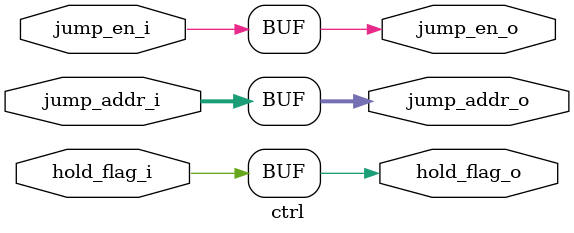
<source format=v>
module ctrl (
    input wire  [31:0]  jump_addr_i,
    input wire  	    jump_en_i,
	input wire 	        hold_flag_i,

    output reg [31:0]   jump_addr_o,
    output reg   	    jump_en_o,
	output reg  	    hold_flag_o
);

always @(*) begin
    jump_addr_o = jump_addr_i;
    jump_en_o = jump_en_i;
    hold_flag_o = hold_flag_i;

end
    
endmodule
</source>
